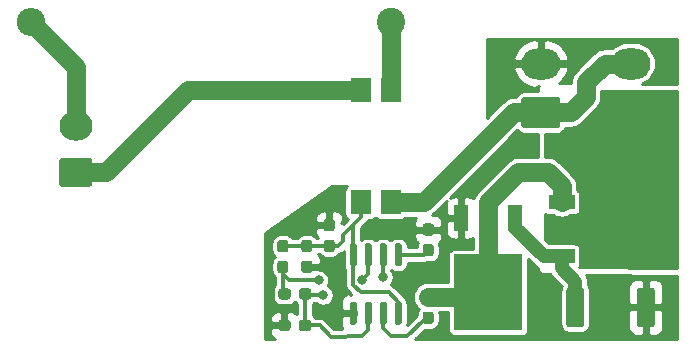
<source format=gbr>
%TF.GenerationSoftware,KiCad,Pcbnew,5.1.7-a382d34a8~88~ubuntu18.04.1*%
%TF.CreationDate,2021-02-25T09:43:27-05:00*%
%TF.ProjectId,TSAL,5453414c-2e6b-4696-9361-645f70636258,rev?*%
%TF.SameCoordinates,Original*%
%TF.FileFunction,Copper,L1,Top*%
%TF.FilePolarity,Positive*%
%FSLAX46Y46*%
G04 Gerber Fmt 4.6, Leading zero omitted, Abs format (unit mm)*
G04 Created by KiCad (PCBNEW 5.1.7-a382d34a8~88~ubuntu18.04.1) date 2021-02-25 09:43:27*
%MOMM*%
%LPD*%
G01*
G04 APERTURE LIST*
%TA.AperFunction,SMDPad,CuDef*%
%ADD10R,1.780000X2.000000*%
%TD*%
%TA.AperFunction,ComponentPad*%
%ADD11O,2.400000X2.400000*%
%TD*%
%TA.AperFunction,ComponentPad*%
%ADD12C,2.400000*%
%TD*%
%TA.AperFunction,SMDPad,CuDef*%
%ADD13R,6.400000X5.800000*%
%TD*%
%TA.AperFunction,SMDPad,CuDef*%
%ADD14R,2.200000X1.200000*%
%TD*%
%TA.AperFunction,SMDPad,CuDef*%
%ADD15R,5.800000X6.400000*%
%TD*%
%TA.AperFunction,SMDPad,CuDef*%
%ADD16R,1.200000X2.200000*%
%TD*%
%TA.AperFunction,ComponentPad*%
%ADD17O,3.300000X2.640000*%
%TD*%
%TA.AperFunction,ComponentPad*%
%ADD18O,2.800000X2.460000*%
%TD*%
%TA.AperFunction,ViaPad*%
%ADD19C,0.800000*%
%TD*%
%TA.AperFunction,Conductor*%
%ADD20C,0.360000*%
%TD*%
%TA.AperFunction,Conductor*%
%ADD21C,1.600000*%
%TD*%
%TA.AperFunction,Conductor*%
%ADD22C,1.200000*%
%TD*%
%TA.AperFunction,Conductor*%
%ADD23C,0.254000*%
%TD*%
%TA.AperFunction,Conductor*%
%ADD24C,0.100000*%
%TD*%
G04 APERTURE END LIST*
%TO.P,C3,2*%
%TO.N,GND*%
%TA.AperFunction,SMDPad,CuDef*%
G36*
G01*
X153780500Y-88818000D02*
X153305500Y-88818000D01*
G75*
G02*
X153068000Y-88580500I0J237500D01*
G01*
X153068000Y-88005500D01*
G75*
G02*
X153305500Y-87768000I237500J0D01*
G01*
X153780500Y-87768000D01*
G75*
G02*
X154018000Y-88005500I0J-237500D01*
G01*
X154018000Y-88580500D01*
G75*
G02*
X153780500Y-88818000I-237500J0D01*
G01*
G37*
%TD.AperFunction*%
%TO.P,C3,1*%
%TO.N,VCC*%
%TA.AperFunction,SMDPad,CuDef*%
G36*
G01*
X153780500Y-90568000D02*
X153305500Y-90568000D01*
G75*
G02*
X153068000Y-90330500I0J237500D01*
G01*
X153068000Y-89755500D01*
G75*
G02*
X153305500Y-89518000I237500J0D01*
G01*
X153780500Y-89518000D01*
G75*
G02*
X154018000Y-89755500I0J-237500D01*
G01*
X154018000Y-90330500D01*
G75*
G02*
X153780500Y-90568000I-237500J0D01*
G01*
G37*
%TD.AperFunction*%
%TD*%
%TO.P,U2,8*%
%TO.N,VCC*%
%TA.AperFunction,SMDPad,CuDef*%
G36*
G01*
X155725000Y-91780000D02*
X155425000Y-91780000D01*
G75*
G02*
X155275000Y-91630000I0J150000D01*
G01*
X155275000Y-89980000D01*
G75*
G02*
X155425000Y-89830000I150000J0D01*
G01*
X155725000Y-89830000D01*
G75*
G02*
X155875000Y-89980000I0J-150000D01*
G01*
X155875000Y-91630000D01*
G75*
G02*
X155725000Y-91780000I-150000J0D01*
G01*
G37*
%TD.AperFunction*%
%TO.P,U2,7*%
%TO.N,Net-(R3-Pad2)*%
%TA.AperFunction,SMDPad,CuDef*%
G36*
G01*
X156995000Y-91780000D02*
X156695000Y-91780000D01*
G75*
G02*
X156545000Y-91630000I0J150000D01*
G01*
X156545000Y-89980000D01*
G75*
G02*
X156695000Y-89830000I150000J0D01*
G01*
X156995000Y-89830000D01*
G75*
G02*
X157145000Y-89980000I0J-150000D01*
G01*
X157145000Y-91630000D01*
G75*
G02*
X156995000Y-91780000I-150000J0D01*
G01*
G37*
%TD.AperFunction*%
%TO.P,U2,6*%
%TO.N,/pass*%
%TA.AperFunction,SMDPad,CuDef*%
G36*
G01*
X158265000Y-91780000D02*
X157965000Y-91780000D01*
G75*
G02*
X157815000Y-91630000I0J150000D01*
G01*
X157815000Y-89980000D01*
G75*
G02*
X157965000Y-89830000I150000J0D01*
G01*
X158265000Y-89830000D01*
G75*
G02*
X158415000Y-89980000I0J-150000D01*
G01*
X158415000Y-91630000D01*
G75*
G02*
X158265000Y-91780000I-150000J0D01*
G01*
G37*
%TD.AperFunction*%
%TO.P,U2,5*%
%TO.N,Net-(C1-Pad1)*%
%TA.AperFunction,SMDPad,CuDef*%
G36*
G01*
X159535000Y-91780000D02*
X159235000Y-91780000D01*
G75*
G02*
X159085000Y-91630000I0J150000D01*
G01*
X159085000Y-89980000D01*
G75*
G02*
X159235000Y-89830000I150000J0D01*
G01*
X159535000Y-89830000D01*
G75*
G02*
X159685000Y-89980000I0J-150000D01*
G01*
X159685000Y-91630000D01*
G75*
G02*
X159535000Y-91780000I-150000J0D01*
G01*
G37*
%TD.AperFunction*%
%TO.P,U2,4*%
%TO.N,VCC*%
%TA.AperFunction,SMDPad,CuDef*%
G36*
G01*
X159535000Y-96730000D02*
X159235000Y-96730000D01*
G75*
G02*
X159085000Y-96580000I0J150000D01*
G01*
X159085000Y-94930000D01*
G75*
G02*
X159235000Y-94780000I150000J0D01*
G01*
X159535000Y-94780000D01*
G75*
G02*
X159685000Y-94930000I0J-150000D01*
G01*
X159685000Y-96580000D01*
G75*
G02*
X159535000Y-96730000I-150000J0D01*
G01*
G37*
%TD.AperFunction*%
%TO.P,U2,3*%
%TO.N,/555_OUT*%
%TA.AperFunction,SMDPad,CuDef*%
G36*
G01*
X158265000Y-96730000D02*
X157965000Y-96730000D01*
G75*
G02*
X157815000Y-96580000I0J150000D01*
G01*
X157815000Y-94930000D01*
G75*
G02*
X157965000Y-94780000I150000J0D01*
G01*
X158265000Y-94780000D01*
G75*
G02*
X158415000Y-94930000I0J-150000D01*
G01*
X158415000Y-96580000D01*
G75*
G02*
X158265000Y-96730000I-150000J0D01*
G01*
G37*
%TD.AperFunction*%
%TO.P,U2,2*%
%TO.N,/pass*%
%TA.AperFunction,SMDPad,CuDef*%
G36*
G01*
X156995000Y-96730000D02*
X156695000Y-96730000D01*
G75*
G02*
X156545000Y-96580000I0J150000D01*
G01*
X156545000Y-94930000D01*
G75*
G02*
X156695000Y-94780000I150000J0D01*
G01*
X156995000Y-94780000D01*
G75*
G02*
X157145000Y-94930000I0J-150000D01*
G01*
X157145000Y-96580000D01*
G75*
G02*
X156995000Y-96730000I-150000J0D01*
G01*
G37*
%TD.AperFunction*%
%TO.P,U2,1*%
%TO.N,GND*%
%TA.AperFunction,SMDPad,CuDef*%
G36*
G01*
X155725000Y-96730000D02*
X155425000Y-96730000D01*
G75*
G02*
X155275000Y-96580000I0J150000D01*
G01*
X155275000Y-94930000D01*
G75*
G02*
X155425000Y-94780000I150000J0D01*
G01*
X155725000Y-94780000D01*
G75*
G02*
X155875000Y-94930000I0J-150000D01*
G01*
X155875000Y-96580000D01*
G75*
G02*
X155725000Y-96730000I-150000J0D01*
G01*
G37*
%TD.AperFunction*%
%TD*%
D10*
%TO.P,U1,4*%
%TO.N,+12V*%
X158750000Y-86360000D03*
%TO.P,U1,2*%
%TO.N,/HV-*%
X156210000Y-76830000D03*
%TO.P,U1,3*%
%TO.N,VCC*%
X156210000Y-86360000D03*
%TO.P,U1,1*%
%TO.N,Net-(R1-Pad1)*%
X158750000Y-76830000D03*
%TD*%
%TO.P,R6,2*%
%TO.N,Net-(Q1-Pad1)*%
%TA.AperFunction,SMDPad,CuDef*%
G36*
G01*
X175133500Y-93824999D02*
X175133500Y-96675001D01*
G75*
G02*
X174883501Y-96925000I-249999J0D01*
G01*
X173858499Y-96925000D01*
G75*
G02*
X173608500Y-96675001I0J249999D01*
G01*
X173608500Y-93824999D01*
G75*
G02*
X173858499Y-93575000I249999J0D01*
G01*
X174883501Y-93575000D01*
G75*
G02*
X175133500Y-93824999I0J-249999D01*
G01*
G37*
%TD.AperFunction*%
%TO.P,R6,1*%
%TO.N,GND*%
%TA.AperFunction,SMDPad,CuDef*%
G36*
G01*
X181108500Y-93824999D02*
X181108500Y-96675001D01*
G75*
G02*
X180858501Y-96925000I-249999J0D01*
G01*
X179833499Y-96925000D01*
G75*
G02*
X179583500Y-96675001I0J249999D01*
G01*
X179583500Y-93824999D01*
G75*
G02*
X179833499Y-93575000I249999J0D01*
G01*
X180858501Y-93575000D01*
G75*
G02*
X181108500Y-93824999I0J-249999D01*
G01*
G37*
%TD.AperFunction*%
%TD*%
%TO.P,R5,2*%
%TO.N,/555_OUT*%
%TA.AperFunction,SMDPad,CuDef*%
G36*
G01*
X161687500Y-95600000D02*
X162162500Y-95600000D01*
G75*
G02*
X162400000Y-95837500I0J-237500D01*
G01*
X162400000Y-96412500D01*
G75*
G02*
X162162500Y-96650000I-237500J0D01*
G01*
X161687500Y-96650000D01*
G75*
G02*
X161450000Y-96412500I0J237500D01*
G01*
X161450000Y-95837500D01*
G75*
G02*
X161687500Y-95600000I237500J0D01*
G01*
G37*
%TD.AperFunction*%
%TO.P,R5,1*%
%TO.N,Net-(Q1-Pad2)*%
%TA.AperFunction,SMDPad,CuDef*%
G36*
G01*
X161687500Y-93850000D02*
X162162500Y-93850000D01*
G75*
G02*
X162400000Y-94087500I0J-237500D01*
G01*
X162400000Y-94662500D01*
G75*
G02*
X162162500Y-94900000I-237500J0D01*
G01*
X161687500Y-94900000D01*
G75*
G02*
X161450000Y-94662500I0J237500D01*
G01*
X161450000Y-94087500D01*
G75*
G02*
X161687500Y-93850000I237500J0D01*
G01*
G37*
%TD.AperFunction*%
%TD*%
%TO.P,R4,2*%
%TO.N,/pass*%
%TA.AperFunction,SMDPad,CuDef*%
G36*
G01*
X150986000Y-94344500D02*
X150986000Y-93869500D01*
G75*
G02*
X151223500Y-93632000I237500J0D01*
G01*
X151798500Y-93632000D01*
G75*
G02*
X152036000Y-93869500I0J-237500D01*
G01*
X152036000Y-94344500D01*
G75*
G02*
X151798500Y-94582000I-237500J0D01*
G01*
X151223500Y-94582000D01*
G75*
G02*
X150986000Y-94344500I0J237500D01*
G01*
G37*
%TD.AperFunction*%
%TO.P,R4,1*%
%TO.N,Net-(R3-Pad2)*%
%TA.AperFunction,SMDPad,CuDef*%
G36*
G01*
X149236000Y-94344500D02*
X149236000Y-93869500D01*
G75*
G02*
X149473500Y-93632000I237500J0D01*
G01*
X150048500Y-93632000D01*
G75*
G02*
X150286000Y-93869500I0J-237500D01*
G01*
X150286000Y-94344500D01*
G75*
G02*
X150048500Y-94582000I-237500J0D01*
G01*
X149473500Y-94582000D01*
G75*
G02*
X149236000Y-94344500I0J237500D01*
G01*
G37*
%TD.AperFunction*%
%TD*%
%TO.P,R3,2*%
%TO.N,Net-(R3-Pad2)*%
%TA.AperFunction,SMDPad,CuDef*%
G36*
G01*
X149368500Y-91296000D02*
X149843500Y-91296000D01*
G75*
G02*
X150081000Y-91533500I0J-237500D01*
G01*
X150081000Y-92108500D01*
G75*
G02*
X149843500Y-92346000I-237500J0D01*
G01*
X149368500Y-92346000D01*
G75*
G02*
X149131000Y-92108500I0J237500D01*
G01*
X149131000Y-91533500D01*
G75*
G02*
X149368500Y-91296000I237500J0D01*
G01*
G37*
%TD.AperFunction*%
%TO.P,R3,1*%
%TO.N,VCC*%
%TA.AperFunction,SMDPad,CuDef*%
G36*
G01*
X149368500Y-89546000D02*
X149843500Y-89546000D01*
G75*
G02*
X150081000Y-89783500I0J-237500D01*
G01*
X150081000Y-90358500D01*
G75*
G02*
X149843500Y-90596000I-237500J0D01*
G01*
X149368500Y-90596000D01*
G75*
G02*
X149131000Y-90358500I0J237500D01*
G01*
X149131000Y-89783500D01*
G75*
G02*
X149368500Y-89546000I237500J0D01*
G01*
G37*
%TD.AperFunction*%
%TD*%
%TO.P,R2,2*%
%TO.N,GND*%
%TA.AperFunction,SMDPad,CuDef*%
G36*
G01*
X151400500Y-91282000D02*
X151875500Y-91282000D01*
G75*
G02*
X152113000Y-91519500I0J-237500D01*
G01*
X152113000Y-92094500D01*
G75*
G02*
X151875500Y-92332000I-237500J0D01*
G01*
X151400500Y-92332000D01*
G75*
G02*
X151163000Y-92094500I0J237500D01*
G01*
X151163000Y-91519500D01*
G75*
G02*
X151400500Y-91282000I237500J0D01*
G01*
G37*
%TD.AperFunction*%
%TO.P,R2,1*%
%TO.N,VCC*%
%TA.AperFunction,SMDPad,CuDef*%
G36*
G01*
X151400500Y-89532000D02*
X151875500Y-89532000D01*
G75*
G02*
X152113000Y-89769500I0J-237500D01*
G01*
X152113000Y-90344500D01*
G75*
G02*
X151875500Y-90582000I-237500J0D01*
G01*
X151400500Y-90582000D01*
G75*
G02*
X151163000Y-90344500I0J237500D01*
G01*
X151163000Y-89769500D01*
G75*
G02*
X151400500Y-89532000I237500J0D01*
G01*
G37*
%TD.AperFunction*%
%TD*%
D11*
%TO.P,R1,2*%
%TO.N,/HV+*%
X128270000Y-71120000D03*
D12*
%TO.P,R1,1*%
%TO.N,Net-(R1-Pad1)*%
X158750000Y-71120000D03*
%TD*%
D13*
%TO.P,Q2,2*%
%TO.N,/RED_ON*%
X179519000Y-88646000D03*
D14*
%TO.P,Q2,3*%
%TO.N,Net-(Q1-Pad1)*%
X173219000Y-90926000D03*
%TO.P,Q2,2*%
%TO.N,/RED_ON*%
X173219000Y-88646000D03*
%TO.P,Q2,1*%
%TO.N,Net-(Q1-Pad2)*%
X173219000Y-86366000D03*
%TD*%
D15*
%TO.P,Q1,2*%
%TO.N,Net-(Q1-Pad2)*%
X167005000Y-93980000D03*
D16*
%TO.P,Q1,3*%
%TO.N,GND*%
X164725000Y-87680000D03*
%TO.P,Q1,2*%
%TO.N,Net-(Q1-Pad2)*%
X167005000Y-87680000D03*
%TO.P,Q1,1*%
%TO.N,Net-(Q1-Pad1)*%
X169285000Y-87680000D03*
%TD*%
D17*
%TO.P,J3,2*%
%TO.N,+12V*%
X179070000Y-74600000D03*
%TO.P,J3,1*%
%TO.N,/RED_ON*%
%TA.AperFunction,ComponentPad*%
G36*
G01*
X180720000Y-77670000D02*
X180720000Y-79810000D01*
G75*
G02*
X180470000Y-80060000I-250000J0D01*
G01*
X177670000Y-80060000D01*
G75*
G02*
X177420000Y-79810000I0J250000D01*
G01*
X177420000Y-77670000D01*
G75*
G02*
X177670000Y-77420000I250000J0D01*
G01*
X180470000Y-77420000D01*
G75*
G02*
X180720000Y-77670000I0J-250000D01*
G01*
G37*
%TD.AperFunction*%
%TD*%
%TO.P,J2,2*%
%TO.N,GND*%
X171450000Y-74600000D03*
%TO.P,J2,1*%
%TO.N,+12V*%
%TA.AperFunction,ComponentPad*%
G36*
G01*
X173100000Y-77670000D02*
X173100000Y-79810000D01*
G75*
G02*
X172850000Y-80060000I-250000J0D01*
G01*
X170050000Y-80060000D01*
G75*
G02*
X169800000Y-79810000I0J250000D01*
G01*
X169800000Y-77670000D01*
G75*
G02*
X170050000Y-77420000I250000J0D01*
G01*
X172850000Y-77420000D01*
G75*
G02*
X173100000Y-77670000I0J-250000D01*
G01*
G37*
%TD.AperFunction*%
%TD*%
D18*
%TO.P,J1,2*%
%TO.N,/HV+*%
X132080000Y-79860000D03*
%TO.P,J1,1*%
%TO.N,/HV-*%
%TA.AperFunction,ComponentPad*%
G36*
G01*
X133230001Y-85050000D02*
X130929999Y-85050000D01*
G75*
G02*
X130680000Y-84800001I0J249999D01*
G01*
X130680000Y-82839999D01*
G75*
G02*
X130929999Y-82590000I249999J0D01*
G01*
X133230001Y-82590000D01*
G75*
G02*
X133480000Y-82839999I0J-249999D01*
G01*
X133480000Y-84800001D01*
G75*
G02*
X133230001Y-85050000I-249999J0D01*
G01*
G37*
%TD.AperFunction*%
%TD*%
%TO.P,C2,2*%
%TO.N,GND*%
%TA.AperFunction,SMDPad,CuDef*%
G36*
G01*
X150272000Y-96536500D02*
X150272000Y-97011500D01*
G75*
G02*
X150034500Y-97249000I-237500J0D01*
G01*
X149459500Y-97249000D01*
G75*
G02*
X149222000Y-97011500I0J237500D01*
G01*
X149222000Y-96536500D01*
G75*
G02*
X149459500Y-96299000I237500J0D01*
G01*
X150034500Y-96299000D01*
G75*
G02*
X150272000Y-96536500I0J-237500D01*
G01*
G37*
%TD.AperFunction*%
%TO.P,C2,1*%
%TO.N,/pass*%
%TA.AperFunction,SMDPad,CuDef*%
G36*
G01*
X152022000Y-96536500D02*
X152022000Y-97011500D01*
G75*
G02*
X151784500Y-97249000I-237500J0D01*
G01*
X151209500Y-97249000D01*
G75*
G02*
X150972000Y-97011500I0J237500D01*
G01*
X150972000Y-96536500D01*
G75*
G02*
X151209500Y-96299000I237500J0D01*
G01*
X151784500Y-96299000D01*
G75*
G02*
X152022000Y-96536500I0J-237500D01*
G01*
G37*
%TD.AperFunction*%
%TD*%
%TO.P,C1,2*%
%TO.N,GND*%
%TA.AperFunction,SMDPad,CuDef*%
G36*
G01*
X162162500Y-89185000D02*
X161687500Y-89185000D01*
G75*
G02*
X161450000Y-88947500I0J237500D01*
G01*
X161450000Y-88372500D01*
G75*
G02*
X161687500Y-88135000I237500J0D01*
G01*
X162162500Y-88135000D01*
G75*
G02*
X162400000Y-88372500I0J-237500D01*
G01*
X162400000Y-88947500D01*
G75*
G02*
X162162500Y-89185000I-237500J0D01*
G01*
G37*
%TD.AperFunction*%
%TO.P,C1,1*%
%TO.N,Net-(C1-Pad1)*%
%TA.AperFunction,SMDPad,CuDef*%
G36*
G01*
X162162500Y-90935000D02*
X161687500Y-90935000D01*
G75*
G02*
X161450000Y-90697500I0J237500D01*
G01*
X161450000Y-90122500D01*
G75*
G02*
X161687500Y-89885000I237500J0D01*
G01*
X162162500Y-89885000D01*
G75*
G02*
X162400000Y-90122500I0J-237500D01*
G01*
X162400000Y-90697500D01*
G75*
G02*
X162162500Y-90935000I-237500J0D01*
G01*
G37*
%TD.AperFunction*%
%TD*%
D19*
%TO.N,GND*%
X168148000Y-82804000D03*
X166878000Y-83820000D03*
X165608000Y-84836000D03*
X160274000Y-88646000D03*
X158750000Y-88646000D03*
X156972000Y-88646000D03*
X153670000Y-91821000D03*
X151765000Y-88392000D03*
X153670000Y-96012000D03*
X182372000Y-92964000D03*
X182372000Y-94488000D03*
X182372000Y-96012000D03*
X182372000Y-97536000D03*
X171704000Y-92964000D03*
X171704000Y-94488000D03*
X171704000Y-96012000D03*
X171704000Y-97536000D03*
X177292000Y-92964000D03*
X177292000Y-94488000D03*
X177292000Y-96012000D03*
X177292000Y-97536000D03*
X149860000Y-88392000D03*
%TO.N,/pass*%
X158115000Y-92710000D03*
X153035000Y-94234000D03*
%TO.N,Net-(R3-Pad2)*%
X152654000Y-92964000D03*
X156355000Y-92964000D03*
%TD*%
D20*
%TO.N,Net-(C1-Pad1)*%
X161530000Y-90805000D02*
X161925000Y-90410000D01*
X159385000Y-90805000D02*
X161530000Y-90805000D01*
%TO.N,/pass*%
X151497000Y-94121000D02*
X151511000Y-94107000D01*
X151497000Y-96774000D02*
X151497000Y-94121000D01*
X151497000Y-96774000D02*
X152726598Y-96774000D01*
X152726598Y-96774000D02*
X153669183Y-97716586D01*
X153669183Y-97716586D02*
X156312788Y-97687212D01*
X156845000Y-97155000D02*
X156845000Y-95755000D01*
X156312788Y-97687212D02*
X156845000Y-97155000D01*
X158115000Y-90805000D02*
X158115000Y-92710000D01*
X151638000Y-94234000D02*
X151511000Y-94107000D01*
X153035000Y-94234000D02*
X151638000Y-94234000D01*
D21*
%TO.N,/HV+*%
X128270000Y-71120000D02*
X132080000Y-74930000D01*
X132080000Y-74930000D02*
X132080000Y-79860000D01*
%TO.N,/HV-*%
X141610000Y-76830000D02*
X156210000Y-76830000D01*
X132080000Y-83820000D02*
X134620000Y-83820000D01*
X134620000Y-83820000D02*
X141610000Y-76830000D01*
%TO.N,/RED_ON*%
X173219000Y-88646000D02*
X179519000Y-88646000D01*
D22*
%TO.N,Net-(Q1-Pad1)*%
X169285000Y-87680000D02*
X169285000Y-88513000D01*
X171698000Y-90926000D02*
X173219000Y-90926000D01*
X169285000Y-88513000D02*
X171698000Y-90926000D01*
X173219000Y-90926000D02*
X173219000Y-91939000D01*
X174371000Y-93091000D02*
X174371000Y-95250000D01*
X173219000Y-91939000D02*
X174371000Y-93091000D01*
D21*
%TO.N,Net-(R1-Pad1)*%
X158750000Y-76830000D02*
X158750000Y-71120000D01*
D20*
%TO.N,VCC*%
X159385000Y-94780000D02*
X158585000Y-93980000D01*
X159385000Y-95755000D02*
X159385000Y-94780000D01*
X158585000Y-93980000D02*
X156210000Y-93980000D01*
X155575000Y-93345000D02*
X155575000Y-90805000D01*
X156210000Y-93980000D02*
X155575000Y-93345000D01*
X156210000Y-87630000D02*
X156210000Y-86360000D01*
X155575000Y-90805000D02*
X155575000Y-88265000D01*
X155575000Y-88265000D02*
X156210000Y-87630000D01*
X154305000Y-90043000D02*
X153543000Y-90043000D01*
X154686000Y-89662000D02*
X154305000Y-90043000D01*
X155575000Y-88265000D02*
X154686000Y-89154000D01*
X154686000Y-89154000D02*
X154686000Y-89662000D01*
X151652000Y-90043000D02*
X151638000Y-90057000D01*
X153543000Y-90043000D02*
X151652000Y-90043000D01*
X149620000Y-90057000D02*
X149606000Y-90071000D01*
X151638000Y-90057000D02*
X149620000Y-90057000D01*
%TO.N,Net-(R3-Pad2)*%
X149606000Y-93952000D02*
X149761000Y-94107000D01*
X149606000Y-91821000D02*
X149606000Y-93952000D01*
X149606000Y-91821000D02*
X149606000Y-92456000D01*
X149606000Y-92456000D02*
X150114000Y-92964000D01*
X150114000Y-92964000D02*
X152654000Y-92964000D01*
X156355000Y-92964000D02*
X156863000Y-92456000D01*
X156863000Y-90823000D02*
X156845000Y-90805000D01*
X156863000Y-92456000D02*
X156863000Y-90823000D01*
D21*
%TO.N,+12V*%
X179070000Y-74600000D02*
X176860000Y-74600000D01*
X176860000Y-74600000D02*
X175260000Y-76200000D01*
X175260000Y-76200000D02*
X175260000Y-77470000D01*
X173990000Y-78740000D02*
X171450000Y-78740000D01*
X175260000Y-77470000D02*
X173990000Y-78740000D01*
X169152863Y-78740000D02*
X171450000Y-78740000D01*
X158750000Y-86360000D02*
X161532863Y-86360000D01*
X161532863Y-86360000D02*
X169152863Y-78740000D01*
%TO.N,Net-(Q1-Pad2)*%
X166610000Y-94375000D02*
X167005000Y-93980000D01*
X161925000Y-94375000D02*
X166610000Y-94375000D01*
X167005000Y-87680000D02*
X167005000Y-93980000D01*
X167005000Y-87680000D02*
X167005000Y-86360000D01*
X167005000Y-86360000D02*
X169545000Y-83820000D01*
X169545000Y-83820000D02*
X172085000Y-83820000D01*
X173219000Y-84954000D02*
X173219000Y-86366000D01*
X172085000Y-83820000D02*
X173219000Y-84954000D01*
D20*
%TO.N,/555_OUT*%
X161925000Y-96365000D02*
X161445000Y-96365000D01*
X161445000Y-96365000D02*
X160165597Y-97644403D01*
X160165597Y-97644403D02*
X158748557Y-97660148D01*
X158115000Y-97026591D02*
X158115000Y-95755000D01*
X158748557Y-97660148D02*
X158115000Y-97026591D01*
%TD*%
D23*
%TO.N,/RED_ON*%
X183003000Y-76956502D02*
X183003001Y-91942487D01*
X174680643Y-91852999D01*
X174725885Y-91797872D01*
X174771106Y-91713268D01*
X174798953Y-91621469D01*
X174808356Y-91526000D01*
X174808356Y-90326000D01*
X174798953Y-90230531D01*
X174771106Y-90138732D01*
X174725885Y-90054128D01*
X174665027Y-89979973D01*
X174590872Y-89919115D01*
X174506268Y-89873894D01*
X174414469Y-89846047D01*
X174319000Y-89836644D01*
X173248475Y-89836644D01*
X173219000Y-89833741D01*
X173189525Y-89836644D01*
X172145894Y-89836644D01*
X171831000Y-89521750D01*
X171831000Y-87359649D01*
X171847128Y-87372885D01*
X171931732Y-87418106D01*
X172023531Y-87445953D01*
X172119000Y-87455356D01*
X172526859Y-87455356D01*
X172724104Y-87560786D01*
X172966705Y-87634378D01*
X173219000Y-87659227D01*
X173471296Y-87634378D01*
X173713897Y-87560786D01*
X173911142Y-87455356D01*
X174319000Y-87455356D01*
X174414469Y-87445953D01*
X174506268Y-87418106D01*
X174590872Y-87372885D01*
X174665027Y-87312027D01*
X174725885Y-87237872D01*
X174771106Y-87153268D01*
X174798953Y-87061469D01*
X174808356Y-86966000D01*
X174808356Y-85766000D01*
X174798953Y-85670531D01*
X174771106Y-85578732D01*
X174725885Y-85494128D01*
X174665027Y-85419973D01*
X174590872Y-85359115D01*
X174506268Y-85313894D01*
X174506000Y-85313813D01*
X174506000Y-85017220D01*
X174512227Y-84953999D01*
X174506000Y-84890776D01*
X174487378Y-84701704D01*
X174413786Y-84459103D01*
X174294279Y-84235522D01*
X174133450Y-84039550D01*
X174084339Y-83999246D01*
X173039759Y-82954667D01*
X172999450Y-82905550D01*
X172803478Y-82744721D01*
X172579897Y-82625214D01*
X172337296Y-82551622D01*
X172148224Y-82533000D01*
X172148221Y-82533000D01*
X172085000Y-82526773D01*
X172021779Y-82533000D01*
X171831000Y-82533000D01*
X171831000Y-80549356D01*
X172850000Y-80549356D01*
X172994241Y-80535149D01*
X173132939Y-80493076D01*
X173260764Y-80424752D01*
X173372804Y-80332804D01*
X173464752Y-80220764D01*
X173533076Y-80092939D01*
X173553078Y-80027000D01*
X173926779Y-80027000D01*
X173990000Y-80033227D01*
X174053221Y-80027000D01*
X174053224Y-80027000D01*
X174242296Y-80008378D01*
X174484897Y-79934786D01*
X174708478Y-79815279D01*
X174904450Y-79654450D01*
X174944759Y-79605333D01*
X176125338Y-78424755D01*
X176174450Y-78384450D01*
X176335279Y-78188478D01*
X176454786Y-77964897D01*
X176528378Y-77722296D01*
X176547000Y-77533224D01*
X176547000Y-77533222D01*
X176553227Y-77470001D01*
X176547000Y-77406780D01*
X176547000Y-76887083D01*
X183003000Y-76956502D01*
%TA.AperFunction,Conductor*%
D24*
G36*
X183003000Y-76956502D02*
G01*
X183003001Y-91942487D01*
X174680643Y-91852999D01*
X174725885Y-91797872D01*
X174771106Y-91713268D01*
X174798953Y-91621469D01*
X174808356Y-91526000D01*
X174808356Y-90326000D01*
X174798953Y-90230531D01*
X174771106Y-90138732D01*
X174725885Y-90054128D01*
X174665027Y-89979973D01*
X174590872Y-89919115D01*
X174506268Y-89873894D01*
X174414469Y-89846047D01*
X174319000Y-89836644D01*
X173248475Y-89836644D01*
X173219000Y-89833741D01*
X173189525Y-89836644D01*
X172145894Y-89836644D01*
X171831000Y-89521750D01*
X171831000Y-87359649D01*
X171847128Y-87372885D01*
X171931732Y-87418106D01*
X172023531Y-87445953D01*
X172119000Y-87455356D01*
X172526859Y-87455356D01*
X172724104Y-87560786D01*
X172966705Y-87634378D01*
X173219000Y-87659227D01*
X173471296Y-87634378D01*
X173713897Y-87560786D01*
X173911142Y-87455356D01*
X174319000Y-87455356D01*
X174414469Y-87445953D01*
X174506268Y-87418106D01*
X174590872Y-87372885D01*
X174665027Y-87312027D01*
X174725885Y-87237872D01*
X174771106Y-87153268D01*
X174798953Y-87061469D01*
X174808356Y-86966000D01*
X174808356Y-85766000D01*
X174798953Y-85670531D01*
X174771106Y-85578732D01*
X174725885Y-85494128D01*
X174665027Y-85419973D01*
X174590872Y-85359115D01*
X174506268Y-85313894D01*
X174506000Y-85313813D01*
X174506000Y-85017220D01*
X174512227Y-84953999D01*
X174506000Y-84890776D01*
X174487378Y-84701704D01*
X174413786Y-84459103D01*
X174294279Y-84235522D01*
X174133450Y-84039550D01*
X174084339Y-83999246D01*
X173039759Y-82954667D01*
X172999450Y-82905550D01*
X172803478Y-82744721D01*
X172579897Y-82625214D01*
X172337296Y-82551622D01*
X172148224Y-82533000D01*
X172148221Y-82533000D01*
X172085000Y-82526773D01*
X172021779Y-82533000D01*
X171831000Y-82533000D01*
X171831000Y-80549356D01*
X172850000Y-80549356D01*
X172994241Y-80535149D01*
X173132939Y-80493076D01*
X173260764Y-80424752D01*
X173372804Y-80332804D01*
X173464752Y-80220764D01*
X173533076Y-80092939D01*
X173553078Y-80027000D01*
X173926779Y-80027000D01*
X173990000Y-80033227D01*
X174053221Y-80027000D01*
X174053224Y-80027000D01*
X174242296Y-80008378D01*
X174484897Y-79934786D01*
X174708478Y-79815279D01*
X174904450Y-79654450D01*
X174944759Y-79605333D01*
X176125338Y-78424755D01*
X176174450Y-78384450D01*
X176335279Y-78188478D01*
X176454786Y-77964897D01*
X176528378Y-77722296D01*
X176547000Y-77533224D01*
X176547000Y-77533222D01*
X176553227Y-77470001D01*
X176547000Y-77406780D01*
X176547000Y-76887083D01*
X183003000Y-76956502D01*
G37*
%TD.AperFunction*%
%TD*%
D23*
%TO.N,GND*%
X170891616Y-91656866D02*
X170925656Y-91698344D01*
X170994365Y-91754732D01*
X171091172Y-91834180D01*
X171166926Y-91874671D01*
X171217000Y-91901436D01*
X171217000Y-91948000D01*
X171225364Y-92037868D01*
X171252093Y-92129518D01*
X171296189Y-92214193D01*
X171355956Y-92288639D01*
X171429099Y-92349993D01*
X171512806Y-92395899D01*
X171603861Y-92424593D01*
X171698764Y-92434972D01*
X172254763Y-92440950D01*
X172310820Y-92545827D01*
X172348419Y-92591641D01*
X172446657Y-92711344D01*
X172488135Y-92745384D01*
X173213526Y-93470776D01*
X173175424Y-93542060D01*
X173133350Y-93680758D01*
X173119144Y-93824999D01*
X173119144Y-96675001D01*
X173133350Y-96819242D01*
X173175424Y-96957940D01*
X173243748Y-97085765D01*
X173335696Y-97197804D01*
X173447735Y-97289752D01*
X173575560Y-97358076D01*
X173714258Y-97400150D01*
X173858499Y-97414356D01*
X174883501Y-97414356D01*
X175027742Y-97400150D01*
X175166440Y-97358076D01*
X175294265Y-97289752D01*
X175406304Y-97197804D01*
X175498252Y-97085765D01*
X175566576Y-96957940D01*
X175576568Y-96925000D01*
X178852982Y-96925000D01*
X178867019Y-97067517D01*
X178908589Y-97204557D01*
X178976096Y-97330854D01*
X179066946Y-97441554D01*
X179177646Y-97532404D01*
X179303943Y-97599911D01*
X179440983Y-97641481D01*
X179583500Y-97655518D01*
X179991250Y-97652000D01*
X180173000Y-97470250D01*
X180173000Y-95423000D01*
X180519000Y-95423000D01*
X180519000Y-97470250D01*
X180700750Y-97652000D01*
X181108500Y-97655518D01*
X181251017Y-97641481D01*
X181388057Y-97599911D01*
X181514354Y-97532404D01*
X181625054Y-97441554D01*
X181715904Y-97330854D01*
X181783411Y-97204557D01*
X181824981Y-97067517D01*
X181839018Y-96925000D01*
X181835500Y-95604750D01*
X181653750Y-95423000D01*
X180519000Y-95423000D01*
X180173000Y-95423000D01*
X179038250Y-95423000D01*
X178856500Y-95604750D01*
X178852982Y-96925000D01*
X175576568Y-96925000D01*
X175608650Y-96819242D01*
X175622856Y-96675001D01*
X175622856Y-93824999D01*
X175608650Y-93680758D01*
X175576569Y-93575000D01*
X178852982Y-93575000D01*
X178856500Y-94895250D01*
X179038250Y-95077000D01*
X180173000Y-95077000D01*
X180173000Y-93029750D01*
X180519000Y-93029750D01*
X180519000Y-95077000D01*
X181653750Y-95077000D01*
X181835500Y-94895250D01*
X181839018Y-93575000D01*
X181824981Y-93432483D01*
X181783411Y-93295443D01*
X181715904Y-93169146D01*
X181625054Y-93058446D01*
X181514354Y-92967596D01*
X181388057Y-92900089D01*
X181251017Y-92858519D01*
X181108500Y-92844482D01*
X180700750Y-92848000D01*
X180519000Y-93029750D01*
X180173000Y-93029750D01*
X179991250Y-92848000D01*
X179583500Y-92844482D01*
X179440983Y-92858519D01*
X179303943Y-92900089D01*
X179177646Y-92967596D01*
X179066946Y-93058446D01*
X178976096Y-93169146D01*
X178908589Y-93295443D01*
X178867019Y-93432483D01*
X178852982Y-93575000D01*
X175576569Y-93575000D01*
X175566576Y-93542060D01*
X175498252Y-93414235D01*
X175458000Y-93365188D01*
X175458000Y-93144393D01*
X175463259Y-93090999D01*
X175457375Y-93031259D01*
X175442272Y-92877911D01*
X175380116Y-92673011D01*
X175333131Y-92585108D01*
X175279180Y-92484172D01*
X175270320Y-92473376D01*
X183003001Y-92556523D01*
X183003001Y-97913000D01*
X160840279Y-97913000D01*
X161620520Y-97132759D01*
X161687500Y-97139356D01*
X162162500Y-97139356D01*
X162304303Y-97125390D01*
X162440656Y-97084027D01*
X162566320Y-97016859D01*
X162676465Y-96926465D01*
X162766859Y-96816320D01*
X162834027Y-96690656D01*
X162875390Y-96554303D01*
X162889356Y-96412500D01*
X162889356Y-95837500D01*
X162875390Y-95695697D01*
X162865168Y-95662000D01*
X163615644Y-95662000D01*
X163615644Y-97180000D01*
X163625047Y-97275469D01*
X163652894Y-97367268D01*
X163698115Y-97451872D01*
X163758973Y-97526027D01*
X163833128Y-97586885D01*
X163917732Y-97632106D01*
X164009531Y-97659953D01*
X164105000Y-97669356D01*
X169905000Y-97669356D01*
X170000469Y-97659953D01*
X170092268Y-97632106D01*
X170176872Y-97586885D01*
X170251027Y-97526027D01*
X170311885Y-97451872D01*
X170357106Y-97367268D01*
X170384953Y-97275469D01*
X170394356Y-97180000D01*
X170394356Y-91159606D01*
X170891616Y-91656866D01*
%TA.AperFunction,Conductor*%
D24*
G36*
X170891616Y-91656866D02*
G01*
X170925656Y-91698344D01*
X170994365Y-91754732D01*
X171091172Y-91834180D01*
X171166926Y-91874671D01*
X171217000Y-91901436D01*
X171217000Y-91948000D01*
X171225364Y-92037868D01*
X171252093Y-92129518D01*
X171296189Y-92214193D01*
X171355956Y-92288639D01*
X171429099Y-92349993D01*
X171512806Y-92395899D01*
X171603861Y-92424593D01*
X171698764Y-92434972D01*
X172254763Y-92440950D01*
X172310820Y-92545827D01*
X172348419Y-92591641D01*
X172446657Y-92711344D01*
X172488135Y-92745384D01*
X173213526Y-93470776D01*
X173175424Y-93542060D01*
X173133350Y-93680758D01*
X173119144Y-93824999D01*
X173119144Y-96675001D01*
X173133350Y-96819242D01*
X173175424Y-96957940D01*
X173243748Y-97085765D01*
X173335696Y-97197804D01*
X173447735Y-97289752D01*
X173575560Y-97358076D01*
X173714258Y-97400150D01*
X173858499Y-97414356D01*
X174883501Y-97414356D01*
X175027742Y-97400150D01*
X175166440Y-97358076D01*
X175294265Y-97289752D01*
X175406304Y-97197804D01*
X175498252Y-97085765D01*
X175566576Y-96957940D01*
X175576568Y-96925000D01*
X178852982Y-96925000D01*
X178867019Y-97067517D01*
X178908589Y-97204557D01*
X178976096Y-97330854D01*
X179066946Y-97441554D01*
X179177646Y-97532404D01*
X179303943Y-97599911D01*
X179440983Y-97641481D01*
X179583500Y-97655518D01*
X179991250Y-97652000D01*
X180173000Y-97470250D01*
X180173000Y-95423000D01*
X180519000Y-95423000D01*
X180519000Y-97470250D01*
X180700750Y-97652000D01*
X181108500Y-97655518D01*
X181251017Y-97641481D01*
X181388057Y-97599911D01*
X181514354Y-97532404D01*
X181625054Y-97441554D01*
X181715904Y-97330854D01*
X181783411Y-97204557D01*
X181824981Y-97067517D01*
X181839018Y-96925000D01*
X181835500Y-95604750D01*
X181653750Y-95423000D01*
X180519000Y-95423000D01*
X180173000Y-95423000D01*
X179038250Y-95423000D01*
X178856500Y-95604750D01*
X178852982Y-96925000D01*
X175576568Y-96925000D01*
X175608650Y-96819242D01*
X175622856Y-96675001D01*
X175622856Y-93824999D01*
X175608650Y-93680758D01*
X175576569Y-93575000D01*
X178852982Y-93575000D01*
X178856500Y-94895250D01*
X179038250Y-95077000D01*
X180173000Y-95077000D01*
X180173000Y-93029750D01*
X180519000Y-93029750D01*
X180519000Y-95077000D01*
X181653750Y-95077000D01*
X181835500Y-94895250D01*
X181839018Y-93575000D01*
X181824981Y-93432483D01*
X181783411Y-93295443D01*
X181715904Y-93169146D01*
X181625054Y-93058446D01*
X181514354Y-92967596D01*
X181388057Y-92900089D01*
X181251017Y-92858519D01*
X181108500Y-92844482D01*
X180700750Y-92848000D01*
X180519000Y-93029750D01*
X180173000Y-93029750D01*
X179991250Y-92848000D01*
X179583500Y-92844482D01*
X179440983Y-92858519D01*
X179303943Y-92900089D01*
X179177646Y-92967596D01*
X179066946Y-93058446D01*
X178976096Y-93169146D01*
X178908589Y-93295443D01*
X178867019Y-93432483D01*
X178852982Y-93575000D01*
X175576569Y-93575000D01*
X175566576Y-93542060D01*
X175498252Y-93414235D01*
X175458000Y-93365188D01*
X175458000Y-93144393D01*
X175463259Y-93090999D01*
X175457375Y-93031259D01*
X175442272Y-92877911D01*
X175380116Y-92673011D01*
X175333131Y-92585108D01*
X175279180Y-92484172D01*
X175270320Y-92473376D01*
X183003001Y-92556523D01*
X183003001Y-97913000D01*
X160840279Y-97913000D01*
X161620520Y-97132759D01*
X161687500Y-97139356D01*
X162162500Y-97139356D01*
X162304303Y-97125390D01*
X162440656Y-97084027D01*
X162566320Y-97016859D01*
X162676465Y-96926465D01*
X162766859Y-96816320D01*
X162834027Y-96690656D01*
X162875390Y-96554303D01*
X162889356Y-96412500D01*
X162889356Y-95837500D01*
X162875390Y-95695697D01*
X162865168Y-95662000D01*
X163615644Y-95662000D01*
X163615644Y-97180000D01*
X163625047Y-97275469D01*
X163652894Y-97367268D01*
X163698115Y-97451872D01*
X163758973Y-97526027D01*
X163833128Y-97586885D01*
X163917732Y-97632106D01*
X164009531Y-97659953D01*
X164105000Y-97669356D01*
X169905000Y-97669356D01*
X170000469Y-97659953D01*
X170092268Y-97632106D01*
X170176872Y-97586885D01*
X170251027Y-97526027D01*
X170311885Y-97451872D01*
X170357106Y-97367268D01*
X170384953Y-97275469D01*
X170394356Y-97180000D01*
X170394356Y-91159606D01*
X170891616Y-91656866D01*
G37*
%TD.AperFunction*%
D23*
X154973973Y-85013973D02*
X154913115Y-85088128D01*
X154867894Y-85172732D01*
X154840047Y-85264531D01*
X154830644Y-85360000D01*
X154830644Y-87360000D01*
X154840047Y-87455469D01*
X154867894Y-87547268D01*
X154913115Y-87631872D01*
X154973973Y-87706027D01*
X155048128Y-87766885D01*
X155098735Y-87793934D01*
X155080196Y-87816524D01*
X154745000Y-88151721D01*
X154745000Y-88119998D01*
X154563252Y-88119998D01*
X154745000Y-87938250D01*
X154748518Y-87768000D01*
X154734481Y-87625483D01*
X154692911Y-87488443D01*
X154625404Y-87362146D01*
X154534554Y-87251446D01*
X154423854Y-87160596D01*
X154297557Y-87093089D01*
X154160517Y-87051519D01*
X154018000Y-87037482D01*
X153897750Y-87041000D01*
X153716000Y-87222750D01*
X153716000Y-88120000D01*
X153736000Y-88120000D01*
X153736000Y-88466000D01*
X153716000Y-88466000D01*
X153716000Y-88486000D01*
X153370000Y-88486000D01*
X153370000Y-88466000D01*
X152522750Y-88466000D01*
X152341000Y-88647750D01*
X152337482Y-88818000D01*
X152351519Y-88960517D01*
X152393089Y-89097557D01*
X152460596Y-89223854D01*
X152551446Y-89334554D01*
X152601948Y-89376000D01*
X152485375Y-89376000D01*
X152479859Y-89365680D01*
X152389465Y-89255535D01*
X152279320Y-89165141D01*
X152153656Y-89097973D01*
X152017303Y-89056610D01*
X151875500Y-89042644D01*
X151400500Y-89042644D01*
X151258697Y-89056610D01*
X151122344Y-89097973D01*
X150996680Y-89165141D01*
X150886535Y-89255535D01*
X150796141Y-89365680D01*
X150783142Y-89390000D01*
X150453375Y-89390000D01*
X150447859Y-89379680D01*
X150357465Y-89269535D01*
X150247320Y-89179141D01*
X150121656Y-89111973D01*
X149985303Y-89070610D01*
X149843500Y-89056644D01*
X149368500Y-89056644D01*
X149226697Y-89070610D01*
X149090344Y-89111973D01*
X148964680Y-89179141D01*
X148854535Y-89269535D01*
X148764141Y-89379680D01*
X148696973Y-89505344D01*
X148655610Y-89641697D01*
X148641644Y-89783500D01*
X148641644Y-90358500D01*
X148655610Y-90500303D01*
X148696973Y-90636656D01*
X148764141Y-90762320D01*
X148854535Y-90872465D01*
X148944137Y-90946000D01*
X148854535Y-91019535D01*
X148764141Y-91129680D01*
X148696973Y-91255344D01*
X148655610Y-91391697D01*
X148641644Y-91533500D01*
X148641644Y-92108500D01*
X148655610Y-92250303D01*
X148696973Y-92386656D01*
X148764141Y-92512320D01*
X148854535Y-92622465D01*
X148939000Y-92691784D01*
X148939001Y-93380556D01*
X148869141Y-93465680D01*
X148801973Y-93591344D01*
X148760610Y-93727697D01*
X148746644Y-93869500D01*
X148746644Y-94344500D01*
X148760610Y-94486303D01*
X148801973Y-94622656D01*
X148869141Y-94748320D01*
X148959535Y-94858465D01*
X149069680Y-94948859D01*
X149195344Y-95016027D01*
X149331697Y-95057390D01*
X149473500Y-95071356D01*
X150048500Y-95071356D01*
X150190303Y-95057390D01*
X150326656Y-95016027D01*
X150452320Y-94948859D01*
X150562465Y-94858465D01*
X150636000Y-94768863D01*
X150709535Y-94858465D01*
X150819680Y-94948859D01*
X150830001Y-94954375D01*
X150830000Y-95832948D01*
X150788554Y-95782446D01*
X150677854Y-95691596D01*
X150551557Y-95624089D01*
X150414517Y-95582519D01*
X150272000Y-95568482D01*
X150101750Y-95572000D01*
X149920000Y-95753750D01*
X149920000Y-96601000D01*
X149940000Y-96601000D01*
X149940000Y-96947000D01*
X149920000Y-96947000D01*
X149920000Y-96967000D01*
X149574000Y-96967000D01*
X149574000Y-96947000D01*
X148676750Y-96947000D01*
X148495000Y-97128750D01*
X148491482Y-97249000D01*
X148505519Y-97391517D01*
X148547089Y-97528557D01*
X148614596Y-97654854D01*
X148705446Y-97765554D01*
X148816146Y-97856404D01*
X148922030Y-97913000D01*
X148082000Y-97913000D01*
X148082000Y-96299000D01*
X148491482Y-96299000D01*
X148495000Y-96419250D01*
X148676750Y-96601000D01*
X149574000Y-96601000D01*
X149574000Y-95753750D01*
X149392250Y-95572000D01*
X149222000Y-95568482D01*
X149079483Y-95582519D01*
X148942443Y-95624089D01*
X148816146Y-95691596D01*
X148705446Y-95782446D01*
X148614596Y-95893146D01*
X148547089Y-96019443D01*
X148505519Y-96156483D01*
X148491482Y-96299000D01*
X148082000Y-96299000D01*
X148082000Y-88966123D01*
X149793604Y-87768000D01*
X152337482Y-87768000D01*
X152341000Y-87938250D01*
X152522750Y-88120000D01*
X153370000Y-88120000D01*
X153370000Y-87222750D01*
X153188250Y-87041000D01*
X153068000Y-87037482D01*
X152925483Y-87051519D01*
X152788443Y-87093089D01*
X152662146Y-87160596D01*
X152551446Y-87251446D01*
X152460596Y-87362146D01*
X152393089Y-87488443D01*
X152351519Y-87625483D01*
X152337482Y-87768000D01*
X149793604Y-87768000D01*
X153795033Y-84967000D01*
X155031209Y-84967000D01*
X154973973Y-85013973D01*
%TA.AperFunction,Conductor*%
D24*
G36*
X154973973Y-85013973D02*
G01*
X154913115Y-85088128D01*
X154867894Y-85172732D01*
X154840047Y-85264531D01*
X154830644Y-85360000D01*
X154830644Y-87360000D01*
X154840047Y-87455469D01*
X154867894Y-87547268D01*
X154913115Y-87631872D01*
X154973973Y-87706027D01*
X155048128Y-87766885D01*
X155098735Y-87793934D01*
X155080196Y-87816524D01*
X154745000Y-88151721D01*
X154745000Y-88119998D01*
X154563252Y-88119998D01*
X154745000Y-87938250D01*
X154748518Y-87768000D01*
X154734481Y-87625483D01*
X154692911Y-87488443D01*
X154625404Y-87362146D01*
X154534554Y-87251446D01*
X154423854Y-87160596D01*
X154297557Y-87093089D01*
X154160517Y-87051519D01*
X154018000Y-87037482D01*
X153897750Y-87041000D01*
X153716000Y-87222750D01*
X153716000Y-88120000D01*
X153736000Y-88120000D01*
X153736000Y-88466000D01*
X153716000Y-88466000D01*
X153716000Y-88486000D01*
X153370000Y-88486000D01*
X153370000Y-88466000D01*
X152522750Y-88466000D01*
X152341000Y-88647750D01*
X152337482Y-88818000D01*
X152351519Y-88960517D01*
X152393089Y-89097557D01*
X152460596Y-89223854D01*
X152551446Y-89334554D01*
X152601948Y-89376000D01*
X152485375Y-89376000D01*
X152479859Y-89365680D01*
X152389465Y-89255535D01*
X152279320Y-89165141D01*
X152153656Y-89097973D01*
X152017303Y-89056610D01*
X151875500Y-89042644D01*
X151400500Y-89042644D01*
X151258697Y-89056610D01*
X151122344Y-89097973D01*
X150996680Y-89165141D01*
X150886535Y-89255535D01*
X150796141Y-89365680D01*
X150783142Y-89390000D01*
X150453375Y-89390000D01*
X150447859Y-89379680D01*
X150357465Y-89269535D01*
X150247320Y-89179141D01*
X150121656Y-89111973D01*
X149985303Y-89070610D01*
X149843500Y-89056644D01*
X149368500Y-89056644D01*
X149226697Y-89070610D01*
X149090344Y-89111973D01*
X148964680Y-89179141D01*
X148854535Y-89269535D01*
X148764141Y-89379680D01*
X148696973Y-89505344D01*
X148655610Y-89641697D01*
X148641644Y-89783500D01*
X148641644Y-90358500D01*
X148655610Y-90500303D01*
X148696973Y-90636656D01*
X148764141Y-90762320D01*
X148854535Y-90872465D01*
X148944137Y-90946000D01*
X148854535Y-91019535D01*
X148764141Y-91129680D01*
X148696973Y-91255344D01*
X148655610Y-91391697D01*
X148641644Y-91533500D01*
X148641644Y-92108500D01*
X148655610Y-92250303D01*
X148696973Y-92386656D01*
X148764141Y-92512320D01*
X148854535Y-92622465D01*
X148939000Y-92691784D01*
X148939001Y-93380556D01*
X148869141Y-93465680D01*
X148801973Y-93591344D01*
X148760610Y-93727697D01*
X148746644Y-93869500D01*
X148746644Y-94344500D01*
X148760610Y-94486303D01*
X148801973Y-94622656D01*
X148869141Y-94748320D01*
X148959535Y-94858465D01*
X149069680Y-94948859D01*
X149195344Y-95016027D01*
X149331697Y-95057390D01*
X149473500Y-95071356D01*
X150048500Y-95071356D01*
X150190303Y-95057390D01*
X150326656Y-95016027D01*
X150452320Y-94948859D01*
X150562465Y-94858465D01*
X150636000Y-94768863D01*
X150709535Y-94858465D01*
X150819680Y-94948859D01*
X150830001Y-94954375D01*
X150830000Y-95832948D01*
X150788554Y-95782446D01*
X150677854Y-95691596D01*
X150551557Y-95624089D01*
X150414517Y-95582519D01*
X150272000Y-95568482D01*
X150101750Y-95572000D01*
X149920000Y-95753750D01*
X149920000Y-96601000D01*
X149940000Y-96601000D01*
X149940000Y-96947000D01*
X149920000Y-96947000D01*
X149920000Y-96967000D01*
X149574000Y-96967000D01*
X149574000Y-96947000D01*
X148676750Y-96947000D01*
X148495000Y-97128750D01*
X148491482Y-97249000D01*
X148505519Y-97391517D01*
X148547089Y-97528557D01*
X148614596Y-97654854D01*
X148705446Y-97765554D01*
X148816146Y-97856404D01*
X148922030Y-97913000D01*
X148082000Y-97913000D01*
X148082000Y-96299000D01*
X148491482Y-96299000D01*
X148495000Y-96419250D01*
X148676750Y-96601000D01*
X149574000Y-96601000D01*
X149574000Y-95753750D01*
X149392250Y-95572000D01*
X149222000Y-95568482D01*
X149079483Y-95582519D01*
X148942443Y-95624089D01*
X148816146Y-95691596D01*
X148705446Y-95782446D01*
X148614596Y-95893146D01*
X148547089Y-96019443D01*
X148505519Y-96156483D01*
X148491482Y-96299000D01*
X148082000Y-96299000D01*
X148082000Y-88966123D01*
X149793604Y-87768000D01*
X152337482Y-87768000D01*
X152341000Y-87938250D01*
X152522750Y-88120000D01*
X153370000Y-88120000D01*
X153370000Y-87222750D01*
X153188250Y-87041000D01*
X153068000Y-87037482D01*
X152925483Y-87051519D01*
X152788443Y-87093089D01*
X152662146Y-87160596D01*
X152551446Y-87251446D01*
X152460596Y-87362146D01*
X152393089Y-87488443D01*
X152351519Y-87625483D01*
X152337482Y-87768000D01*
X149793604Y-87768000D01*
X153795033Y-84967000D01*
X155031209Y-84967000D01*
X154973973Y-85013973D01*
G37*
%TD.AperFunction*%
D23*
X154785644Y-91630000D02*
X154797929Y-91754732D01*
X154834312Y-91874671D01*
X154893395Y-91985207D01*
X154908001Y-92003004D01*
X154908000Y-93312245D01*
X154904774Y-93345000D01*
X154908000Y-93377754D01*
X154908000Y-93377764D01*
X154917651Y-93475754D01*
X154947313Y-93573535D01*
X154955791Y-93601484D01*
X155017727Y-93717358D01*
X155044556Y-93750049D01*
X155101078Y-93818922D01*
X155126534Y-93839813D01*
X155401998Y-94115277D01*
X155401998Y-94234748D01*
X155220250Y-94053000D01*
X155117862Y-94066583D01*
X154981701Y-94110947D01*
X154856811Y-94181022D01*
X154747991Y-94274116D01*
X154659425Y-94386651D01*
X154594514Y-94514302D01*
X154555754Y-94652163D01*
X154544635Y-94794937D01*
X154548000Y-95400250D01*
X154729750Y-95582000D01*
X155402000Y-95582000D01*
X155402000Y-95562000D01*
X155748000Y-95562000D01*
X155748000Y-95582000D01*
X155768000Y-95582000D01*
X155768000Y-95928000D01*
X155748000Y-95928000D01*
X155748000Y-95948000D01*
X155402000Y-95948000D01*
X155402000Y-95928000D01*
X154729750Y-95928000D01*
X154548000Y-96109750D01*
X154544635Y-96715063D01*
X154555754Y-96857837D01*
X154594514Y-96995698D01*
X154616543Y-97039019D01*
X153942387Y-97046510D01*
X153221407Y-96325529D01*
X153200520Y-96300078D01*
X153098956Y-96216727D01*
X152983083Y-96154791D01*
X152857353Y-96116651D01*
X152759363Y-96107000D01*
X152759352Y-96107000D01*
X152726598Y-96103774D01*
X152693844Y-96107000D01*
X152367784Y-96107000D01*
X152298465Y-96022535D01*
X152188320Y-95932141D01*
X152164000Y-95919142D01*
X152164000Y-94969341D01*
X152202320Y-94948859D01*
X152260636Y-94901000D01*
X152447592Y-94901000D01*
X152469570Y-94922978D01*
X152614848Y-95020049D01*
X152776272Y-95086913D01*
X152947638Y-95121000D01*
X153122362Y-95121000D01*
X153293728Y-95086913D01*
X153455152Y-95020049D01*
X153600430Y-94922978D01*
X153723978Y-94799430D01*
X153821049Y-94654152D01*
X153887913Y-94492728D01*
X153922000Y-94321362D01*
X153922000Y-94146638D01*
X153887913Y-93975272D01*
X153821049Y-93813848D01*
X153723978Y-93668570D01*
X153600430Y-93545022D01*
X153455152Y-93447951D01*
X153409935Y-93429221D01*
X153440049Y-93384152D01*
X153506913Y-93222728D01*
X153541000Y-93051362D01*
X153541000Y-92876638D01*
X153506913Y-92705272D01*
X153440049Y-92543848D01*
X153342978Y-92398570D01*
X153219430Y-92275022D01*
X153074152Y-92177951D01*
X152912728Y-92111087D01*
X152758698Y-92080448D01*
X152658250Y-91980000D01*
X151811000Y-91980000D01*
X151811000Y-92000000D01*
X151465000Y-92000000D01*
X151465000Y-91980000D01*
X151445000Y-91980000D01*
X151445000Y-91634000D01*
X151465000Y-91634000D01*
X151465000Y-91614000D01*
X151811000Y-91614000D01*
X151811000Y-91634000D01*
X152658250Y-91634000D01*
X152840000Y-91452250D01*
X152843518Y-91282000D01*
X152829481Y-91139483D01*
X152787911Y-91002443D01*
X152720404Y-90876146D01*
X152629554Y-90765446D01*
X152561993Y-90710000D01*
X152688142Y-90710000D01*
X152701141Y-90734320D01*
X152791535Y-90844465D01*
X152901680Y-90934859D01*
X153027344Y-91002027D01*
X153163697Y-91043390D01*
X153305500Y-91057356D01*
X153780500Y-91057356D01*
X153922303Y-91043390D01*
X154058656Y-91002027D01*
X154184320Y-90934859D01*
X154294465Y-90844465D01*
X154384859Y-90734320D01*
X154401197Y-90703753D01*
X154435755Y-90700349D01*
X154561485Y-90662209D01*
X154677358Y-90600273D01*
X154778922Y-90516922D01*
X154785644Y-90508731D01*
X154785644Y-91630000D01*
%TA.AperFunction,Conductor*%
D24*
G36*
X154785644Y-91630000D02*
G01*
X154797929Y-91754732D01*
X154834312Y-91874671D01*
X154893395Y-91985207D01*
X154908001Y-92003004D01*
X154908000Y-93312245D01*
X154904774Y-93345000D01*
X154908000Y-93377754D01*
X154908000Y-93377764D01*
X154917651Y-93475754D01*
X154947313Y-93573535D01*
X154955791Y-93601484D01*
X155017727Y-93717358D01*
X155044556Y-93750049D01*
X155101078Y-93818922D01*
X155126534Y-93839813D01*
X155401998Y-94115277D01*
X155401998Y-94234748D01*
X155220250Y-94053000D01*
X155117862Y-94066583D01*
X154981701Y-94110947D01*
X154856811Y-94181022D01*
X154747991Y-94274116D01*
X154659425Y-94386651D01*
X154594514Y-94514302D01*
X154555754Y-94652163D01*
X154544635Y-94794937D01*
X154548000Y-95400250D01*
X154729750Y-95582000D01*
X155402000Y-95582000D01*
X155402000Y-95562000D01*
X155748000Y-95562000D01*
X155748000Y-95582000D01*
X155768000Y-95582000D01*
X155768000Y-95928000D01*
X155748000Y-95928000D01*
X155748000Y-95948000D01*
X155402000Y-95948000D01*
X155402000Y-95928000D01*
X154729750Y-95928000D01*
X154548000Y-96109750D01*
X154544635Y-96715063D01*
X154555754Y-96857837D01*
X154594514Y-96995698D01*
X154616543Y-97039019D01*
X153942387Y-97046510D01*
X153221407Y-96325529D01*
X153200520Y-96300078D01*
X153098956Y-96216727D01*
X152983083Y-96154791D01*
X152857353Y-96116651D01*
X152759363Y-96107000D01*
X152759352Y-96107000D01*
X152726598Y-96103774D01*
X152693844Y-96107000D01*
X152367784Y-96107000D01*
X152298465Y-96022535D01*
X152188320Y-95932141D01*
X152164000Y-95919142D01*
X152164000Y-94969341D01*
X152202320Y-94948859D01*
X152260636Y-94901000D01*
X152447592Y-94901000D01*
X152469570Y-94922978D01*
X152614848Y-95020049D01*
X152776272Y-95086913D01*
X152947638Y-95121000D01*
X153122362Y-95121000D01*
X153293728Y-95086913D01*
X153455152Y-95020049D01*
X153600430Y-94922978D01*
X153723978Y-94799430D01*
X153821049Y-94654152D01*
X153887913Y-94492728D01*
X153922000Y-94321362D01*
X153922000Y-94146638D01*
X153887913Y-93975272D01*
X153821049Y-93813848D01*
X153723978Y-93668570D01*
X153600430Y-93545022D01*
X153455152Y-93447951D01*
X153409935Y-93429221D01*
X153440049Y-93384152D01*
X153506913Y-93222728D01*
X153541000Y-93051362D01*
X153541000Y-92876638D01*
X153506913Y-92705272D01*
X153440049Y-92543848D01*
X153342978Y-92398570D01*
X153219430Y-92275022D01*
X153074152Y-92177951D01*
X152912728Y-92111087D01*
X152758698Y-92080448D01*
X152658250Y-91980000D01*
X151811000Y-91980000D01*
X151811000Y-92000000D01*
X151465000Y-92000000D01*
X151465000Y-91980000D01*
X151445000Y-91980000D01*
X151445000Y-91634000D01*
X151465000Y-91634000D01*
X151465000Y-91614000D01*
X151811000Y-91614000D01*
X151811000Y-91634000D01*
X152658250Y-91634000D01*
X152840000Y-91452250D01*
X152843518Y-91282000D01*
X152829481Y-91139483D01*
X152787911Y-91002443D01*
X152720404Y-90876146D01*
X152629554Y-90765446D01*
X152561993Y-90710000D01*
X152688142Y-90710000D01*
X152701141Y-90734320D01*
X152791535Y-90844465D01*
X152901680Y-90934859D01*
X153027344Y-91002027D01*
X153163697Y-91043390D01*
X153305500Y-91057356D01*
X153780500Y-91057356D01*
X153922303Y-91043390D01*
X154058656Y-91002027D01*
X154184320Y-90934859D01*
X154294465Y-90844465D01*
X154384859Y-90734320D01*
X154401197Y-90703753D01*
X154435755Y-90700349D01*
X154561485Y-90662209D01*
X154677358Y-90600273D01*
X154778922Y-90516922D01*
X154785644Y-90508731D01*
X154785644Y-91630000D01*
G37*
%TD.AperFunction*%
D23*
X169527196Y-80332804D02*
X169639236Y-80424752D01*
X169767061Y-80493076D01*
X169905759Y-80535149D01*
X170050000Y-80549356D01*
X171217000Y-80549356D01*
X171217000Y-82533000D01*
X169608220Y-82533000D01*
X169544999Y-82526773D01*
X169481778Y-82533000D01*
X169481776Y-82533000D01*
X169292704Y-82551622D01*
X169050103Y-82625214D01*
X168826522Y-82744721D01*
X168630550Y-82905550D01*
X168590245Y-82954662D01*
X166139662Y-85405246D01*
X166090551Y-85445550D01*
X165929722Y-85641522D01*
X165810214Y-85865103D01*
X165768287Y-86003317D01*
X165730854Y-85972596D01*
X165604557Y-85905089D01*
X165467517Y-85863519D01*
X165325000Y-85849482D01*
X165079750Y-85853000D01*
X164898000Y-86034750D01*
X164898000Y-87507000D01*
X164918000Y-87507000D01*
X164918000Y-87853000D01*
X164898000Y-87853000D01*
X164898000Y-89325250D01*
X165079750Y-89507000D01*
X165325000Y-89510518D01*
X165467517Y-89496481D01*
X165604557Y-89454911D01*
X165718000Y-89394274D01*
X165718000Y-90290644D01*
X164105000Y-90290644D01*
X164009531Y-90300047D01*
X163917732Y-90327894D01*
X163833128Y-90373115D01*
X163758973Y-90433973D01*
X163698115Y-90508128D01*
X163652894Y-90592732D01*
X163625047Y-90684531D01*
X163615644Y-90780000D01*
X163615644Y-93088000D01*
X161861776Y-93088000D01*
X161672704Y-93106622D01*
X161430103Y-93180214D01*
X161206522Y-93299721D01*
X161010550Y-93460550D01*
X160849721Y-93656522D01*
X160730214Y-93880103D01*
X160656622Y-94122704D01*
X160631773Y-94375000D01*
X160656622Y-94627296D01*
X160730214Y-94869897D01*
X160849721Y-95093478D01*
X161010550Y-95289450D01*
X161124656Y-95383094D01*
X161083141Y-95433680D01*
X161015973Y-95559344D01*
X160974610Y-95695697D01*
X160960644Y-95837500D01*
X160960644Y-95903792D01*
X160950191Y-95916529D01*
X160162080Y-96704641D01*
X160174356Y-96580000D01*
X160174356Y-94930000D01*
X160162071Y-94805268D01*
X160125688Y-94685329D01*
X160066605Y-94574793D01*
X159987093Y-94477907D01*
X159974156Y-94467290D01*
X159942273Y-94407641D01*
X159879808Y-94331528D01*
X159858922Y-94306078D01*
X159833471Y-94285191D01*
X159079813Y-93531534D01*
X159058922Y-93506078D01*
X158957358Y-93422727D01*
X158841485Y-93360791D01*
X158747214Y-93332194D01*
X158803978Y-93275430D01*
X158901049Y-93130152D01*
X158967913Y-92968728D01*
X159002000Y-92797362D01*
X159002000Y-92622638D01*
X158967913Y-92451272D01*
X158901049Y-92289848D01*
X158803978Y-92144570D01*
X158782000Y-92122592D01*
X158782000Y-92080988D01*
X158782907Y-92082093D01*
X158879793Y-92161605D01*
X158990329Y-92220688D01*
X159110268Y-92257071D01*
X159235000Y-92269356D01*
X159535000Y-92269356D01*
X159659732Y-92257071D01*
X159779671Y-92220688D01*
X159890207Y-92161605D01*
X159987093Y-92082093D01*
X160066605Y-91985207D01*
X160125688Y-91874671D01*
X160162071Y-91754732D01*
X160174356Y-91630000D01*
X160174356Y-91472000D01*
X161497246Y-91472000D01*
X161530000Y-91475226D01*
X161562754Y-91472000D01*
X161562765Y-91472000D01*
X161660755Y-91462349D01*
X161786000Y-91424356D01*
X162162500Y-91424356D01*
X162304303Y-91410390D01*
X162440656Y-91369027D01*
X162566320Y-91301859D01*
X162676465Y-91211465D01*
X162766859Y-91101320D01*
X162834027Y-90975656D01*
X162875390Y-90839303D01*
X162889356Y-90697500D01*
X162889356Y-90122500D01*
X162875390Y-89980697D01*
X162834027Y-89844344D01*
X162806140Y-89792170D01*
X162916554Y-89701554D01*
X163007404Y-89590854D01*
X163074911Y-89464557D01*
X163116481Y-89327517D01*
X163130518Y-89185000D01*
X163127000Y-89014750D01*
X162945250Y-88833000D01*
X162098000Y-88833000D01*
X162098000Y-88853000D01*
X161752000Y-88853000D01*
X161752000Y-88833000D01*
X160904750Y-88833000D01*
X160723000Y-89014750D01*
X160719482Y-89185000D01*
X160733519Y-89327517D01*
X160775089Y-89464557D01*
X160842596Y-89590854D01*
X160933446Y-89701554D01*
X161043860Y-89792170D01*
X161015973Y-89844344D01*
X160974610Y-89980697D01*
X160960644Y-90122500D01*
X160960644Y-90138000D01*
X160174356Y-90138000D01*
X160174356Y-89980000D01*
X160162071Y-89855268D01*
X160125688Y-89735329D01*
X160066605Y-89624793D01*
X159987093Y-89527907D01*
X159890207Y-89448395D01*
X159779671Y-89389312D01*
X159659732Y-89352929D01*
X159535000Y-89340644D01*
X159235000Y-89340644D01*
X159110268Y-89352929D01*
X158990329Y-89389312D01*
X158879793Y-89448395D01*
X158782907Y-89527907D01*
X158750000Y-89568004D01*
X158717093Y-89527907D01*
X158620207Y-89448395D01*
X158509671Y-89389312D01*
X158389732Y-89352929D01*
X158265000Y-89340644D01*
X157965000Y-89340644D01*
X157840268Y-89352929D01*
X157720329Y-89389312D01*
X157609793Y-89448395D01*
X157512907Y-89527907D01*
X157480000Y-89568004D01*
X157447093Y-89527907D01*
X157350207Y-89448395D01*
X157239671Y-89389312D01*
X157119732Y-89352929D01*
X156995000Y-89340644D01*
X156695000Y-89340644D01*
X156570268Y-89352929D01*
X156450329Y-89389312D01*
X156339793Y-89448395D01*
X156242907Y-89527907D01*
X156242000Y-89529012D01*
X156242000Y-88780000D01*
X163394482Y-88780000D01*
X163408519Y-88922517D01*
X163450089Y-89059557D01*
X163517596Y-89185854D01*
X163608446Y-89296554D01*
X163719146Y-89387404D01*
X163845443Y-89454911D01*
X163982483Y-89496481D01*
X164125000Y-89510518D01*
X164370250Y-89507000D01*
X164552000Y-89325250D01*
X164552000Y-87853000D01*
X163579750Y-87853000D01*
X163398000Y-88034750D01*
X163394482Y-88780000D01*
X156242000Y-88780000D01*
X156242000Y-88541279D01*
X156658472Y-88124808D01*
X156683922Y-88103922D01*
X156767273Y-88002358D01*
X156829209Y-87886485D01*
X156840472Y-87849356D01*
X157100000Y-87849356D01*
X157195469Y-87839953D01*
X157287268Y-87812106D01*
X157371872Y-87766885D01*
X157446027Y-87706027D01*
X157480000Y-87664631D01*
X157513973Y-87706027D01*
X157588128Y-87766885D01*
X157672732Y-87812106D01*
X157764531Y-87839953D01*
X157860000Y-87849356D01*
X159640000Y-87849356D01*
X159735469Y-87839953D01*
X159827268Y-87812106D01*
X159911872Y-87766885D01*
X159986027Y-87706027D01*
X160034470Y-87647000D01*
X160910012Y-87647000D01*
X160842596Y-87729146D01*
X160775089Y-87855443D01*
X160733519Y-87992483D01*
X160719482Y-88135000D01*
X160723000Y-88305250D01*
X160904750Y-88487000D01*
X161752000Y-88487000D01*
X161752000Y-88467000D01*
X162098000Y-88467000D01*
X162098000Y-88487000D01*
X162945250Y-88487000D01*
X163127000Y-88305250D01*
X163130518Y-88135000D01*
X163116481Y-87992483D01*
X163074911Y-87855443D01*
X163007404Y-87729146D01*
X162916554Y-87618446D01*
X162805854Y-87527596D01*
X162679557Y-87460089D01*
X162542517Y-87418519D01*
X162400000Y-87404482D01*
X162284759Y-87407853D01*
X162447313Y-87274450D01*
X162487622Y-87225333D01*
X163493238Y-86219718D01*
X163450089Y-86300443D01*
X163408519Y-86437483D01*
X163394482Y-86580000D01*
X163398000Y-87325250D01*
X163579750Y-87507000D01*
X164552000Y-87507000D01*
X164552000Y-86034750D01*
X164370250Y-85853000D01*
X164125000Y-85849482D01*
X163982483Y-85863519D01*
X163845443Y-85905089D01*
X163764718Y-85948237D01*
X169460916Y-80252040D01*
X169527196Y-80332804D01*
%TA.AperFunction,Conductor*%
D24*
G36*
X169527196Y-80332804D02*
G01*
X169639236Y-80424752D01*
X169767061Y-80493076D01*
X169905759Y-80535149D01*
X170050000Y-80549356D01*
X171217000Y-80549356D01*
X171217000Y-82533000D01*
X169608220Y-82533000D01*
X169544999Y-82526773D01*
X169481778Y-82533000D01*
X169481776Y-82533000D01*
X169292704Y-82551622D01*
X169050103Y-82625214D01*
X168826522Y-82744721D01*
X168630550Y-82905550D01*
X168590245Y-82954662D01*
X166139662Y-85405246D01*
X166090551Y-85445550D01*
X165929722Y-85641522D01*
X165810214Y-85865103D01*
X165768287Y-86003317D01*
X165730854Y-85972596D01*
X165604557Y-85905089D01*
X165467517Y-85863519D01*
X165325000Y-85849482D01*
X165079750Y-85853000D01*
X164898000Y-86034750D01*
X164898000Y-87507000D01*
X164918000Y-87507000D01*
X164918000Y-87853000D01*
X164898000Y-87853000D01*
X164898000Y-89325250D01*
X165079750Y-89507000D01*
X165325000Y-89510518D01*
X165467517Y-89496481D01*
X165604557Y-89454911D01*
X165718000Y-89394274D01*
X165718000Y-90290644D01*
X164105000Y-90290644D01*
X164009531Y-90300047D01*
X163917732Y-90327894D01*
X163833128Y-90373115D01*
X163758973Y-90433973D01*
X163698115Y-90508128D01*
X163652894Y-90592732D01*
X163625047Y-90684531D01*
X163615644Y-90780000D01*
X163615644Y-93088000D01*
X161861776Y-93088000D01*
X161672704Y-93106622D01*
X161430103Y-93180214D01*
X161206522Y-93299721D01*
X161010550Y-93460550D01*
X160849721Y-93656522D01*
X160730214Y-93880103D01*
X160656622Y-94122704D01*
X160631773Y-94375000D01*
X160656622Y-94627296D01*
X160730214Y-94869897D01*
X160849721Y-95093478D01*
X161010550Y-95289450D01*
X161124656Y-95383094D01*
X161083141Y-95433680D01*
X161015973Y-95559344D01*
X160974610Y-95695697D01*
X160960644Y-95837500D01*
X160960644Y-95903792D01*
X160950191Y-95916529D01*
X160162080Y-96704641D01*
X160174356Y-96580000D01*
X160174356Y-94930000D01*
X160162071Y-94805268D01*
X160125688Y-94685329D01*
X160066605Y-94574793D01*
X159987093Y-94477907D01*
X159974156Y-94467290D01*
X159942273Y-94407641D01*
X159879808Y-94331528D01*
X159858922Y-94306078D01*
X159833471Y-94285191D01*
X159079813Y-93531534D01*
X159058922Y-93506078D01*
X158957358Y-93422727D01*
X158841485Y-93360791D01*
X158747214Y-93332194D01*
X158803978Y-93275430D01*
X158901049Y-93130152D01*
X158967913Y-92968728D01*
X159002000Y-92797362D01*
X159002000Y-92622638D01*
X158967913Y-92451272D01*
X158901049Y-92289848D01*
X158803978Y-92144570D01*
X158782000Y-92122592D01*
X158782000Y-92080988D01*
X158782907Y-92082093D01*
X158879793Y-92161605D01*
X158990329Y-92220688D01*
X159110268Y-92257071D01*
X159235000Y-92269356D01*
X159535000Y-92269356D01*
X159659732Y-92257071D01*
X159779671Y-92220688D01*
X159890207Y-92161605D01*
X159987093Y-92082093D01*
X160066605Y-91985207D01*
X160125688Y-91874671D01*
X160162071Y-91754732D01*
X160174356Y-91630000D01*
X160174356Y-91472000D01*
X161497246Y-91472000D01*
X161530000Y-91475226D01*
X161562754Y-91472000D01*
X161562765Y-91472000D01*
X161660755Y-91462349D01*
X161786000Y-91424356D01*
X162162500Y-91424356D01*
X162304303Y-91410390D01*
X162440656Y-91369027D01*
X162566320Y-91301859D01*
X162676465Y-91211465D01*
X162766859Y-91101320D01*
X162834027Y-90975656D01*
X162875390Y-90839303D01*
X162889356Y-90697500D01*
X162889356Y-90122500D01*
X162875390Y-89980697D01*
X162834027Y-89844344D01*
X162806140Y-89792170D01*
X162916554Y-89701554D01*
X163007404Y-89590854D01*
X163074911Y-89464557D01*
X163116481Y-89327517D01*
X163130518Y-89185000D01*
X163127000Y-89014750D01*
X162945250Y-88833000D01*
X162098000Y-88833000D01*
X162098000Y-88853000D01*
X161752000Y-88853000D01*
X161752000Y-88833000D01*
X160904750Y-88833000D01*
X160723000Y-89014750D01*
X160719482Y-89185000D01*
X160733519Y-89327517D01*
X160775089Y-89464557D01*
X160842596Y-89590854D01*
X160933446Y-89701554D01*
X161043860Y-89792170D01*
X161015973Y-89844344D01*
X160974610Y-89980697D01*
X160960644Y-90122500D01*
X160960644Y-90138000D01*
X160174356Y-90138000D01*
X160174356Y-89980000D01*
X160162071Y-89855268D01*
X160125688Y-89735329D01*
X160066605Y-89624793D01*
X159987093Y-89527907D01*
X159890207Y-89448395D01*
X159779671Y-89389312D01*
X159659732Y-89352929D01*
X159535000Y-89340644D01*
X159235000Y-89340644D01*
X159110268Y-89352929D01*
X158990329Y-89389312D01*
X158879793Y-89448395D01*
X158782907Y-89527907D01*
X158750000Y-89568004D01*
X158717093Y-89527907D01*
X158620207Y-89448395D01*
X158509671Y-89389312D01*
X158389732Y-89352929D01*
X158265000Y-89340644D01*
X157965000Y-89340644D01*
X157840268Y-89352929D01*
X157720329Y-89389312D01*
X157609793Y-89448395D01*
X157512907Y-89527907D01*
X157480000Y-89568004D01*
X157447093Y-89527907D01*
X157350207Y-89448395D01*
X157239671Y-89389312D01*
X157119732Y-89352929D01*
X156995000Y-89340644D01*
X156695000Y-89340644D01*
X156570268Y-89352929D01*
X156450329Y-89389312D01*
X156339793Y-89448395D01*
X156242907Y-89527907D01*
X156242000Y-89529012D01*
X156242000Y-88780000D01*
X163394482Y-88780000D01*
X163408519Y-88922517D01*
X163450089Y-89059557D01*
X163517596Y-89185854D01*
X163608446Y-89296554D01*
X163719146Y-89387404D01*
X163845443Y-89454911D01*
X163982483Y-89496481D01*
X164125000Y-89510518D01*
X164370250Y-89507000D01*
X164552000Y-89325250D01*
X164552000Y-87853000D01*
X163579750Y-87853000D01*
X163398000Y-88034750D01*
X163394482Y-88780000D01*
X156242000Y-88780000D01*
X156242000Y-88541279D01*
X156658472Y-88124808D01*
X156683922Y-88103922D01*
X156767273Y-88002358D01*
X156829209Y-87886485D01*
X156840472Y-87849356D01*
X157100000Y-87849356D01*
X157195469Y-87839953D01*
X157287268Y-87812106D01*
X157371872Y-87766885D01*
X157446027Y-87706027D01*
X157480000Y-87664631D01*
X157513973Y-87706027D01*
X157588128Y-87766885D01*
X157672732Y-87812106D01*
X157764531Y-87839953D01*
X157860000Y-87849356D01*
X159640000Y-87849356D01*
X159735469Y-87839953D01*
X159827268Y-87812106D01*
X159911872Y-87766885D01*
X159986027Y-87706027D01*
X160034470Y-87647000D01*
X160910012Y-87647000D01*
X160842596Y-87729146D01*
X160775089Y-87855443D01*
X160733519Y-87992483D01*
X160719482Y-88135000D01*
X160723000Y-88305250D01*
X160904750Y-88487000D01*
X161752000Y-88487000D01*
X161752000Y-88467000D01*
X162098000Y-88467000D01*
X162098000Y-88487000D01*
X162945250Y-88487000D01*
X163127000Y-88305250D01*
X163130518Y-88135000D01*
X163116481Y-87992483D01*
X163074911Y-87855443D01*
X163007404Y-87729146D01*
X162916554Y-87618446D01*
X162805854Y-87527596D01*
X162679557Y-87460089D01*
X162542517Y-87418519D01*
X162400000Y-87404482D01*
X162284759Y-87407853D01*
X162447313Y-87274450D01*
X162487622Y-87225333D01*
X163493238Y-86219718D01*
X163450089Y-86300443D01*
X163408519Y-86437483D01*
X163394482Y-86580000D01*
X163398000Y-87325250D01*
X163579750Y-87507000D01*
X164552000Y-87507000D01*
X164552000Y-86034750D01*
X164370250Y-85853000D01*
X164125000Y-85849482D01*
X163982483Y-85863519D01*
X163845443Y-85905089D01*
X163764718Y-85948237D01*
X169460916Y-80252040D01*
X169527196Y-80332804D01*
G37*
%TD.AperFunction*%
D23*
X183003000Y-76342466D02*
X179987666Y-76310043D01*
X180094855Y-76277528D01*
X180408773Y-76109735D01*
X180683924Y-75883924D01*
X180909735Y-75608773D01*
X181077528Y-75294855D01*
X181180854Y-74954234D01*
X181215743Y-74600000D01*
X181180854Y-74245766D01*
X181077528Y-73905145D01*
X180909735Y-73591227D01*
X180683924Y-73316076D01*
X180408773Y-73090265D01*
X180094855Y-72922472D01*
X179754234Y-72819146D01*
X179488769Y-72793000D01*
X178651231Y-72793000D01*
X178385766Y-72819146D01*
X178045145Y-72922472D01*
X177731227Y-73090265D01*
X177459824Y-73313000D01*
X176923221Y-73313000D01*
X176860000Y-73306773D01*
X176796779Y-73313000D01*
X176796776Y-73313000D01*
X176607704Y-73331622D01*
X176365103Y-73405214D01*
X176141521Y-73524721D01*
X176060484Y-73591227D01*
X175945550Y-73685550D01*
X175905245Y-73734662D01*
X174394667Y-75245241D01*
X174345550Y-75285550D01*
X174184721Y-75481523D01*
X174065214Y-75705104D01*
X173991622Y-75947705D01*
X173973000Y-76136776D01*
X173966773Y-76200000D01*
X173971240Y-76245351D01*
X173026681Y-76235194D01*
X173058710Y-76214590D01*
X173349131Y-75934102D01*
X173579251Y-75602345D01*
X173740227Y-75232069D01*
X173767501Y-75089946D01*
X173637210Y-74773000D01*
X171623000Y-74773000D01*
X171623000Y-74793000D01*
X171277000Y-74793000D01*
X171277000Y-74773000D01*
X169262790Y-74773000D01*
X169132499Y-75089946D01*
X169159773Y-75232069D01*
X169320749Y-75602345D01*
X169550869Y-75934102D01*
X169841290Y-76214590D01*
X170180851Y-76433030D01*
X170556503Y-76581028D01*
X170953810Y-76652896D01*
X171276998Y-76471870D01*
X171276998Y-76478739D01*
X171254071Y-76521633D01*
X171226358Y-76612991D01*
X171217000Y-76708000D01*
X171217000Y-76930644D01*
X170050000Y-76930644D01*
X169905759Y-76944851D01*
X169767061Y-76986924D01*
X169639236Y-77055248D01*
X169527196Y-77147196D01*
X169435248Y-77259236D01*
X169366924Y-77387061D01*
X169346922Y-77453000D01*
X169216083Y-77453000D01*
X169152862Y-77446773D01*
X169089641Y-77453000D01*
X169089639Y-77453000D01*
X168900567Y-77471622D01*
X168657966Y-77545214D01*
X168434385Y-77664721D01*
X168238413Y-77825550D01*
X168198110Y-77874660D01*
X166882000Y-79190770D01*
X166882000Y-74110054D01*
X169132499Y-74110054D01*
X169262790Y-74427000D01*
X171277000Y-74427000D01*
X171277000Y-72728131D01*
X171623000Y-72728131D01*
X171623000Y-74427000D01*
X173637210Y-74427000D01*
X173767501Y-74110054D01*
X173740227Y-73967931D01*
X173579251Y-73597655D01*
X173349131Y-73265898D01*
X173058710Y-72985410D01*
X172719149Y-72766970D01*
X172343497Y-72618972D01*
X171946190Y-72547104D01*
X171623000Y-72728131D01*
X171277000Y-72728131D01*
X170953810Y-72547104D01*
X170556503Y-72618972D01*
X170180851Y-72766970D01*
X169841290Y-72985410D01*
X169550869Y-73265898D01*
X169320749Y-73597655D01*
X169159773Y-73967931D01*
X169132499Y-74110054D01*
X166882000Y-74110054D01*
X166882000Y-72517000D01*
X183003000Y-72517000D01*
X183003000Y-76342466D01*
%TA.AperFunction,Conductor*%
D24*
G36*
X183003000Y-76342466D02*
G01*
X179987666Y-76310043D01*
X180094855Y-76277528D01*
X180408773Y-76109735D01*
X180683924Y-75883924D01*
X180909735Y-75608773D01*
X181077528Y-75294855D01*
X181180854Y-74954234D01*
X181215743Y-74600000D01*
X181180854Y-74245766D01*
X181077528Y-73905145D01*
X180909735Y-73591227D01*
X180683924Y-73316076D01*
X180408773Y-73090265D01*
X180094855Y-72922472D01*
X179754234Y-72819146D01*
X179488769Y-72793000D01*
X178651231Y-72793000D01*
X178385766Y-72819146D01*
X178045145Y-72922472D01*
X177731227Y-73090265D01*
X177459824Y-73313000D01*
X176923221Y-73313000D01*
X176860000Y-73306773D01*
X176796779Y-73313000D01*
X176796776Y-73313000D01*
X176607704Y-73331622D01*
X176365103Y-73405214D01*
X176141521Y-73524721D01*
X176060484Y-73591227D01*
X175945550Y-73685550D01*
X175905245Y-73734662D01*
X174394667Y-75245241D01*
X174345550Y-75285550D01*
X174184721Y-75481523D01*
X174065214Y-75705104D01*
X173991622Y-75947705D01*
X173973000Y-76136776D01*
X173966773Y-76200000D01*
X173971240Y-76245351D01*
X173026681Y-76235194D01*
X173058710Y-76214590D01*
X173349131Y-75934102D01*
X173579251Y-75602345D01*
X173740227Y-75232069D01*
X173767501Y-75089946D01*
X173637210Y-74773000D01*
X171623000Y-74773000D01*
X171623000Y-74793000D01*
X171277000Y-74793000D01*
X171277000Y-74773000D01*
X169262790Y-74773000D01*
X169132499Y-75089946D01*
X169159773Y-75232069D01*
X169320749Y-75602345D01*
X169550869Y-75934102D01*
X169841290Y-76214590D01*
X170180851Y-76433030D01*
X170556503Y-76581028D01*
X170953810Y-76652896D01*
X171276998Y-76471870D01*
X171276998Y-76478739D01*
X171254071Y-76521633D01*
X171226358Y-76612991D01*
X171217000Y-76708000D01*
X171217000Y-76930644D01*
X170050000Y-76930644D01*
X169905759Y-76944851D01*
X169767061Y-76986924D01*
X169639236Y-77055248D01*
X169527196Y-77147196D01*
X169435248Y-77259236D01*
X169366924Y-77387061D01*
X169346922Y-77453000D01*
X169216083Y-77453000D01*
X169152862Y-77446773D01*
X169089641Y-77453000D01*
X169089639Y-77453000D01*
X168900567Y-77471622D01*
X168657966Y-77545214D01*
X168434385Y-77664721D01*
X168238413Y-77825550D01*
X168198110Y-77874660D01*
X166882000Y-79190770D01*
X166882000Y-74110054D01*
X169132499Y-74110054D01*
X169262790Y-74427000D01*
X171277000Y-74427000D01*
X171277000Y-72728131D01*
X171623000Y-72728131D01*
X171623000Y-74427000D01*
X173637210Y-74427000D01*
X173767501Y-74110054D01*
X173740227Y-73967931D01*
X173579251Y-73597655D01*
X173349131Y-73265898D01*
X173058710Y-72985410D01*
X172719149Y-72766970D01*
X172343497Y-72618972D01*
X171946190Y-72547104D01*
X171623000Y-72728131D01*
X171277000Y-72728131D01*
X170953810Y-72547104D01*
X170556503Y-72618972D01*
X170180851Y-72766970D01*
X169841290Y-72985410D01*
X169550869Y-73265898D01*
X169320749Y-73597655D01*
X169159773Y-73967931D01*
X169132499Y-74110054D01*
X166882000Y-74110054D01*
X166882000Y-72517000D01*
X183003000Y-72517000D01*
X183003000Y-76342466D01*
G37*
%TD.AperFunction*%
%TD*%
M02*

</source>
